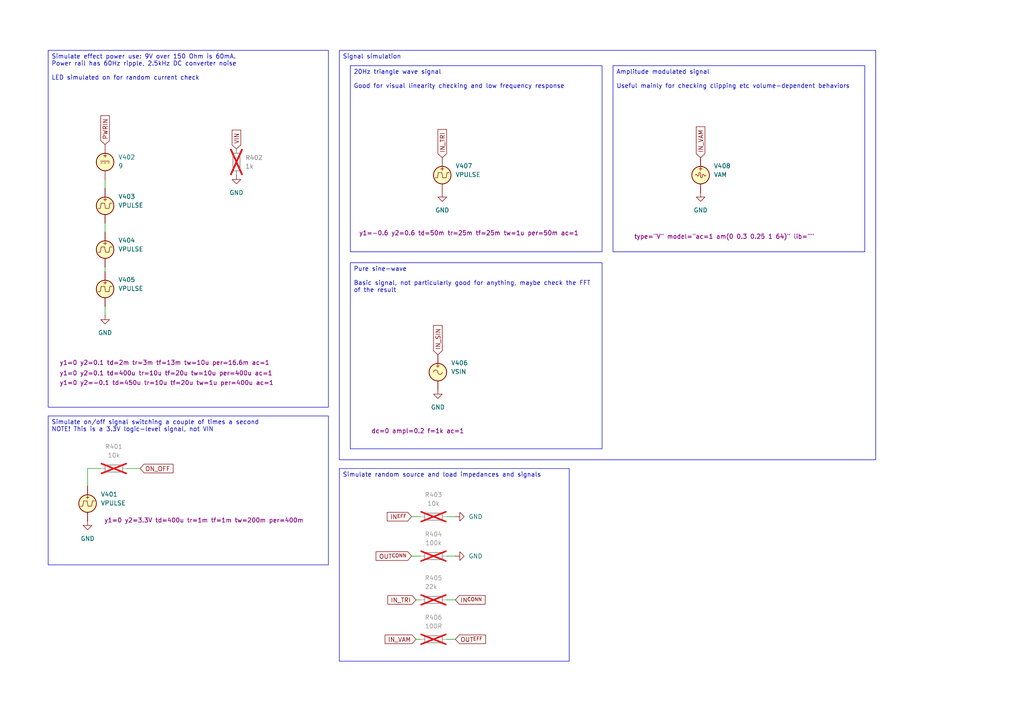
<source format=kicad_sch>
(kicad_sch (version 20250114) (generator "eeschema") (generator_version "9.0")
  (paper "A4")
  (title_block (title "Simulation infrastructure"))
  (lib_symbols
    (symbol "Device:R" (pin_numbers (hide yes)) (pin_names (offset 0))
      (property "Reference" "R" (at 2.032 0 90))
      (property "Value" "R" (at 0 0 90))
      (symbol "R_0_1"
        (rectangle (start -1.016 -2.54) (end 1.016 2.54) (stroke (width 0.254)))
      )
      (symbol "R_1_1"
        (pin passive line (at 0 3.81 270) (length 1.27) (name "~") (number "1"))
        (pin passive line (at 0 -3.81 90) (length 1.27) (name "~") (number "2"))
      )
    )
    (symbol "Simulation_SPICE:VAM" (pin_numbers (hide yes)) (pin_names (offset 0.0254))
      (property "Reference" "V" (at 2.54 2.54 0))
      (property "Value" "VAM" (at 2.54 0 0))
      (property "Sim.Params" "type=\"V\" model=\"am(1 0 1k 100k 1n)\" lib=\"\"" (at 2.54 -2.54 0))
      (symbol "VAM_0_0"
        (arc (start -0.508 0.508) (mid -0.254 0.7609) (end 0 0.508))
        (text "+" (at 0 1.905 0) (effects (font (size 1.27 1.27))))
      )
      (symbol "VAM_0_1"
        (arc (start -1.524 0) (mid -1.27 0.2529) (end -1.016 0))
        (arc (start -0.508 0) (mid -0.762 -0.2529) (end -1.016 0))
        (polyline (pts (xy -0.508 0.508) (xy -0.508 0)))
        (polyline (pts (xy 0 0.508) (xy 0 -0.508)))
        (circle (center 0 0) (radius 2.54) (stroke (width 0.254)) (fill (type background)))
        (arc (start 0.508 -0.508) (mid 0.254 -0.7609) (end 0 -0.508))
        (polyline (pts (xy 0.508 -0.508) (xy 0.508 0)))
        (arc (start 0.508 0) (mid 0.762 0.2529) (end 1.016 0))
        (arc (start 1.524 0) (mid 1.27 -0.2529) (end 1.016 0))
      )
      (symbol "VAM_1_1"
        (pin passive line (at 0 5.08 270) (length 2.54) (name "~") (number "1"))
        (pin passive line (at 0 -5.08 90) (length 2.54) (name "~") (number "2"))
      )
    )
    (symbol "Simulation_SPICE:VDC" (pin_numbers (hide yes)) (pin_names (offset 0.0254))
      (property "Reference" "V" (at 2.54 2.54 0))
      (property "Value" "1" (at 2.54 0 0))
      (symbol "VDC_0_0"
        (polyline (pts (xy -1.27 0.254) (xy 1.27 0.254)))
        (polyline (pts (xy -0.762 -0.254) (xy -1.27 -0.254)))
        (polyline (pts (xy 0.254 -0.254) (xy -0.254 -0.254)))
        (polyline (pts (xy 1.27 -0.254) (xy 0.762 -0.254)))
        (text "+" (at 0 1.905 0) (effects (font (size 1.27 1.27))))
      )
      (symbol "VDC_0_1"
        (circle (center 0 0) (radius 2.54) (stroke (width 0.254)) (fill (type background)))
      )
      (symbol "VDC_1_1"
        (pin passive line (at 0 5.08 270) (length 2.54) (name "~") (number "1"))
        (pin passive line (at 0 -5.08 90) (length 2.54) (name "~") (number "2"))
      )
    )
    (symbol "Simulation_SPICE:VPULSE" (pin_numbers (hide yes)) (pin_names (offset 0.0254))
      (property "Reference" "V" (at 2.54 2.54 0))
      (property "Value" "VPULSE" (at 2.54 0 0))
      (property "Sim.Params" "y1=0 y2=1 td=2n tr=2n tf=2n tw=50n per=100n" (at 2.54 -2.54 0))
      (symbol "VPULSE_0_0"
        (polyline (pts (xy -2.032 -0.762) (xy -1.397 -0.762) (xy -1.143 0.762) (xy -0.127 0.762) (xy 0.127 -0.762) (xy 1.143 -0.762) (xy 1.397 0.762) (xy 2.032 0.762)))
        (text "+" (at 0 1.905 0) (effects (font (size 1.27 1.27))))
      )
      (symbol "VPULSE_0_1"
        (circle (center 0 0) (radius 2.54) (stroke (width 0.254)) (fill (type background)))
      )
      (symbol "VPULSE_1_1"
        (pin passive line (at 0 5.08 270) (length 2.54) (name "~") (number "1"))
        (pin passive line (at 0 -5.08 90) (length 2.54) (name "~") (number "2"))
      )
    )
    (symbol "Simulation_SPICE:VSIN" (pin_numbers (hide yes)) (pin_names (offset 0.0254))
      (property "Reference" "V" (at 2.54 2.54 0))
      (property "Value" "VSIN" (at 2.54 0 0))
      (property "Sim.Params" "dc=0 ampl=1 f=1k ac=1" (at 2.54 -2.54 0))
      (symbol "VSIN_0_0"
        (arc (start -1.27 0) (mid -0.635 0.6323) (end 0 0))
        (arc (start 1.27 0) (mid 0.635 -0.6323) (end 0 0))
        (text "+" (at 0 1.905 0) (effects (font (size 1.27 1.27))))
      )
      (symbol "VSIN_0_1"
        (circle (center 0 0) (radius 2.54) (stroke (width 0.254)) (fill (type background)))
      )
      (symbol "VSIN_1_1"
        (pin passive line (at 0 5.08 270) (length 2.54) (name "~") (number "1"))
        (pin passive line (at 0 -5.08 90) (length 2.54) (name "~") (number "2"))
      )
    )
    (symbol "power:GND" (power) (pin_numbers (hide yes)) (pin_names (offset 0) (hide yes))
      (property "Value" "GND" (at 0 -3.81 0))
      (symbol "GND_0_1"
        (polyline (pts (xy 0 0) (xy 0 -1.27) (xy 1.27 -1.27) (xy 0 -2.54) (xy -1.27 -1.27) (xy 0 -1.27)))
      )
      (symbol "GND_1_1"
        (pin power_in line (at 0 0 270) (length 0) (name "~") (number "1"))
      )
    )
  )
  (text_box "Simulate on/off signal switching a couple of times a second\nNOTE! This is a 3.3V logic-level signal, not VIN" (at 13.97 120.65 0) (size 81.28 43.18) (margins 0.9525 0.9525 0.9525 0.9525) (effects (font (size 1.27 1.27)) (justify left top)))
  (text_box "Pure sine-wave\n\nBasic signal, not particularly good for anything, maybe check the FFT of the result" (at 101.6 76.2 0) (size 73.025 53.975) (margins 0.9525 0.9525 0.9525 0.9525) (effects (font (size 1.27 1.27)) (justify left top)))
  (text_box "Amplitude modulated signal\n\nUseful mainly for checking clipping etc volume-dependent behaviors" (at 177.8 19.05 0) (size 73.025 53.975) (margins 0.9525 0.9525 0.9525 0.9525) (effects (font (size 1.27 1.27)) (justify left top)))
  (text_box "Simulate random source and load impedances and signals" (at 98.425 135.89 0) (size 66.675 55.88) (margins 0.9525 0.9525 0.9525 0.9525) (effects (font (size 1.27 1.27)) (justify left top)))
  (text_box "20Hz triangle wave signal\n\nGood for visual linearity checking and low frequency response" (at 101.6 19.05 0) (size 73.025 53.975) (margins 0.9525 0.9525 0.9525 0.9525) (effects (font (size 1.27 1.27)) (justify left top)))
  (text_box "Simulate effect power use: 9V over 150 Ohm is 60mA.\nPower rail has 60Hz ripple, 2.5kHz DC converter noise\n\nLED simulated on for random current check" (at 13.97 14.605 0) (size 81.28 103.505) (margins 0.9525 0.9525 0.9525 0.9525) (effects (font (size 1.27 1.27)) (justify left top)))
  (text_box "Signal simulation" (at 98.425 14.605 0) (size 155.575 118.745) (margins 0.9525 0.9525 0.9525 0.9525) (effects (font (size 1.27 1.27)) (justify left top)))
  (wire (pts (xy 119.38 149.86) (xy 121.92 149.86)))
  (wire (pts (xy 29.21 135.89) (xy 25.4 135.89)))
  (wire (pts (xy 30.48 64.77) (xy 30.48 67.31)))
  (wire (pts (xy 30.48 88.9) (xy 30.48 91.44)))
  (wire (pts (xy 120.65 185.42) (xy 121.92 185.42)))
  (wire (pts (xy 129.54 149.86) (xy 132.08 149.86)))
  (wire (pts (xy 121.92 173.99) (xy 120.65 173.99)))
  (wire (pts (xy 30.48 52.07) (xy 30.48 54.61)))
  (wire (pts (xy 30.48 77.47) (xy 30.48 78.74)))
  (wire (pts (xy 119.38 161.29) (xy 121.92 161.29)))
  (wire (pts (xy 40.64 135.89) (xy 36.83 135.89)))
  (wire (pts (xy 129.54 161.29) (xy 132.08 161.29)))
  (wire (pts (xy 129.54 185.42) (xy 132.08 185.42)))
  (wire (pts (xy 132.08 173.99) (xy 129.54 173.99)))
  (wire (pts (xy 25.4 135.89) (xy 25.4 140.97)))
  (global_label "IN_TRI" (shape input) (at 120.65 173.99 180) (property "Intersheetrefs" "${INTERSHEET_REFS}" (effects (hide yes))))
  (global_label "VIN" (shape input) (at 68.58 43.18 90) (property "Intersheetrefs" "${INTERSHEET_REFS}" (effects (hide yes))))
  (global_label "ON_OFF" (shape input) (at 40.64 135.89 0) (property "Intersheetrefs" "${INTERSHEET_REFS}" (effects (hide yes))))
  (global_label "IN_SIN" (shape input) (at 127 102.87 90) (property "Intersheetrefs" "${INTERSHEET_REFS}" (effects (hide yes))))
  (global_label "IN^{CONN}" (shape input) (at 132.08 173.99 0) (property "Intersheetrefs" "${INTERSHEET_REFS}" (effects (hide yes))))
  (global_label "IN_TRI" (shape input) (at 128.27 45.72 90) (property "Intersheetrefs" "${INTERSHEET_REFS}" (effects (hide yes))))
  (global_label "OUT^{EFF}" (shape input) (at 132.08 185.42 0) (property "Intersheetrefs" "${INTERSHEET_REFS}" (effects (hide yes))))
  (global_label "PWRIN" (shape input) (at 30.48 41.91 90) (property "Intersheetrefs" "${INTERSHEET_REFS}" (effects (hide yes))))
  (global_label "IN^{EFF}" (shape input) (at 119.38 149.86 180) (property "Intersheetrefs" "${INTERSHEET_REFS}" (effects (hide yes))))
  (global_label "IN_VAM" (shape input) (at 120.65 185.42 180) (property "Intersheetrefs" "${INTERSHEET_REFS}" (effects (hide yes))))
  (global_label "IN_VAM" (shape input) (at 203.2 45.72 90) (property "Intersheetrefs" "${INTERSHEET_REFS}" (effects (hide yes))))
  (global_label "OUT^{CONN}" (shape input) (at 119.38 161.29 180) (property "Intersheetrefs" "${INTERSHEET_REFS}" (effects (hide yes))))
  (symbol (lib_id "power:GND") (at 25.4 151.13 0) (unit 1)
    (property "Reference" "#PWR0401" (effects (hide yes)))
    (property "Value" "GND" (at 25.4 156.21 0))
    (property "Description" "Power symbol creates a global label with name \"GND\" , ground" (effects (hide yes)))
  )
  (symbol (lib_id "power:GND") (at 127 113.03 0) (unit 1)
    (property "Reference" "#PWR0405" (effects (hide yes)))
    (property "Value" "GND" (at 127 118.11 0))
    (property "Description" "Power symbol creates a global label with name \"GND\" , ground" (effects (hide yes)))
  )
  (symbol (lib_id "power:GND") (at 68.58 50.8 0) (unit 1)
    (property "Reference" "#PWR0403" (effects (hide yes)))
    (property "Value" "GND" (at 68.58 55.88 0))
    (property "Description" "Power symbol creates a global label with name \"GND\" , ground" (effects (hide yes)))
  )
  (symbol (lib_id "Device:R") (at 125.73 185.42 90) (unit 1) (in_bom no) (on_board no) (dnp yes)
    (property "Reference" "R406" (at 125.73 179.07 90))
    (property "Value" "100R" (at 125.73 181.61 90))
    (property "Description" "Resistor" (effects (hide yes)))
  )
  (symbol (lib_id "Simulation_SPICE:VSIN") (at 127 107.95 0) (unit 1) (in_bom no) (on_board no)
    (property "Reference" "V406" (at 130.81 105.2801 0) (effects (justify left)))
    (property "Value" "VSIN" (at 130.81 107.8201 0) (effects (justify left)))
    (property "Datasheet" "https://ngspice.sourceforge.io/docs/ngspice-html-manual/manual.xhtml#sec_Independent_Sources_for" (effects (hide yes)))
    (property "Description" "Voltage source, sinusoidal" (effects (hide yes)))
    (property "Sim.Pins" "1=+ 2=-" (effects (hide yes)))
    (property "Sim.Params" "dc=0 ampl=0.2 f=1k ac=1" (at 107.696 124.968 0) (effects (justify left)))
    (property "Sim.Type" "SIN" (effects (hide yes)))
    (property "Sim.Device" "V" (effects (hide yes)))
  )
  (symbol (lib_id "Simulation_SPICE:VAM") (at 203.2 50.8 0) (unit 1) (in_bom no) (on_board no)
    (property "Reference" "V408" (at 207.01 48.1301 0) (effects (justify left)))
    (property "Value" "VAM" (at 207.01 50.6701 0) (effects (justify left)))
    (property "Datasheet" "https://ngspice.sourceforge.io/docs/ngspice-html-manual/manual.xhtml#sec_Independent_Sources_for" (effects (hide yes)))
    (property "Description" "Voltage source, AM" (effects (hide yes)))
    (property "Sim.Pins" "1=1 2=2" (effects (hide yes)))
    (property "Sim.Device" "SPICE" (effects (hide yes)))
    (property "Sim.Params" "type=\"V\" model=\"ac=1 am(0 0.3 0.25 1 64)\" lib=\"\"" (at 183.896 68.58 0) (effects (justify left)))
  )
  (symbol (lib_id "Device:R") (at 125.73 161.29 270) (unit 1) (in_bom no) (on_board no) (dnp yes)
    (property "Reference" "R404" (at 125.73 154.94 90))
    (property "Value" "100k" (at 125.73 157.48 90))
    (property "Description" "Resistor" (effects (hide yes)))
  )
  (symbol (lib_id "Simulation_SPICE:VPULSE") (at 30.48 59.69 0) (unit 1) (in_bom no) (on_board no)
    (property "Reference" "V403" (at 34.29 57.0201 0) (effects (justify left)))
    (property "Value" "VPULSE" (at 34.29 59.5601 0) (effects (justify left)))
    (property "Datasheet" "https://ngspice.sourceforge.io/docs/ngspice-html-manual/manual.xhtml#sec_Independent_Sources_for" (effects (hide yes)))
    (property "Description" "Voltage source, pulse" (effects (hide yes)))
    (property "Sim.Pins" "1=+ 2=-" (effects (hide yes)))
    (property "Sim.Type" "PULSE" (effects (hide yes)))
    (property "Sim.Device" "V" (effects (hide yes)))
    (property "Sim.Params" "y1=0 y2=0.1 td=2m tr=3m tf=13m tw=10u per=16.6m ac=1" (at 17.272 105.156 0) (effects (justify left)))
  )
  (symbol (lib_id "power:GND") (at 132.08 161.29 90) (unit 1)
    (property "Reference" "#PWR0409" (effects (hide yes)))
    (property "Value" "GND" (at 135.89 161.2899 90) (effects (justify right)))
    (property "Description" "Power symbol creates a global label with name \"GND\" , ground" (effects (hide yes)))
  )
  (symbol (lib_id "power:GND") (at 30.48 91.44 0) (unit 1)
    (property "Reference" "#PWR0402" (effects (hide yes)))
    (property "Value" "GND" (at 30.48 96.52 0))
    (property "Description" "Power symbol creates a global label with name \"GND\" , ground" (effects (hide yes)))
  )
  (symbol (lib_id "Device:R") (at 33.02 135.89 90) (unit 1) (in_bom no) (on_board no) (dnp yes)
    (property "Reference" "R401" (at 33.02 129.54 90))
    (property "Value" "10k" (at 33.02 132.08 90))
    (property "Description" "Resistor" (effects (hide yes)))
  )
  (symbol (lib_id "Device:R") (at 125.73 173.99 270) (unit 1) (in_bom no) (on_board no) (dnp yes)
    (property "Reference" "R405" (at 123.19 167.6399 90) (effects (justify left)))
    (property "Value" "22k" (at 123.19 170.1799 90) (effects (justify left)))
    (property "Footprint" "Resistor_SMD:R_0805_2012Metric" (effects (hide yes)))
    (property "Description" "Resistor" (effects (hide yes)))
  )
  (symbol (lib_id "power:GND") (at 132.08 149.86 90) (unit 1)
    (property "Reference" "#PWR0404" (effects (hide yes)))
    (property "Value" "GND" (at 135.89 149.8599 90) (effects (justify right)))
    (property "Description" "Power symbol creates a global label with name \"GND\" , ground" (effects (hide yes)))
  )
  (symbol (lib_id "Simulation_SPICE:VPULSE") (at 128.27 50.8 0) (unit 1) (in_bom no) (on_board no)
    (property "Reference" "V407" (at 132.08 48.1301 0) (effects (justify left)))
    (property "Value" "VPULSE" (at 132.08 50.6701 0) (effects (justify left)))
    (property "Datasheet" "https://ngspice.sourceforge.io/docs/ngspice-html-manual/manual.xhtml#sec_Independent_Sources_for" (effects (hide yes)))
    (property "Description" "Voltage source, pulse" (effects (hide yes)))
    (property "Sim.Pins" "1=+ 2=-" (effects (hide yes)))
    (property "Sim.Type" "PULSE" (effects (hide yes)))
    (property "Sim.Device" "V" (effects (hide yes)))
    (property "Sim.Params" "y1=-0.6 y2=0.6 td=50m tr=25m tf=25m tw=1u per=50m ac=1" (at 104.14 67.564 0) (effects (justify left)))
  )
  (symbol (lib_id "Simulation_SPICE:VPULSE") (at 25.4 146.05 0) (unit 1) (in_bom no) (on_board no)
    (property "Reference" "V401" (at 29.21 143.3801 0) (effects (justify left)))
    (property "Value" "VPULSE" (at 29.21 145.9201 0) (effects (justify left)))
    (property "Datasheet" "https://ngspice.sourceforge.io/docs/ngspice-html-manual/manual.xhtml#sec_Independent_Sources_for" (effects (hide yes)))
    (property "Description" "Voltage source, pulse" (effects (hide yes)))
    (property "Sim.Pins" "1=+ 2=-" (effects (hide yes)))
    (property "Sim.Type" "PULSE" (effects (hide yes)))
    (property "Sim.Device" "V" (effects (hide yes)))
    (property "Sim.Params" "y1=0 y2=3.3V td=400u tr=1m tf=1m tw=200m per=400m" (at 30.226 150.876 0) (effects (justify left)))
  )
  (symbol (lib_id "power:GND") (at 128.27 55.88 0) (unit 1)
    (property "Reference" "#PWR0406" (effects (hide yes)))
    (property "Value" "GND" (at 128.27 60.96 0))
    (property "Description" "Power symbol creates a global label with name \"GND\" , ground" (effects (hide yes)))
  )
  (symbol (lib_id "Simulation_SPICE:VDC") (at 30.48 46.99 0) (unit 1) (in_bom no) (on_board no)
    (property "Reference" "V402" (at 34.29 45.5901 0) (effects (justify left)))
    (property "Value" "9" (at 34.29 48.1301 0) (effects (justify left)))
    (property "Datasheet" "https://ngspice.sourceforge.io/docs/ngspice-html-manual/manual.xhtml#sec_Independent_Sources_for" (effects (hide yes)))
    (property "Description" "Voltage source, DC" (effects (hide yes)))
    (property "Sim.Pins" "1=+ 2=-" (effects (hide yes)))
    (property "Sim.Type" "DC" (effects (hide yes)))
    (property "Sim.Device" "V" (effects (hide yes)))
  )
  (symbol (lib_id "Simulation_SPICE:VPULSE") (at 30.48 83.82 0) (unit 1) (in_bom no) (on_board no)
    (property "Reference" "V405" (at 34.29 81.1501 0) (effects (justify left)))
    (property "Value" "VPULSE" (at 34.29 83.6901 0) (effects (justify left)))
    (property "Datasheet" "https://ngspice.sourceforge.io/docs/ngspice-html-manual/manual.xhtml#sec_Independent_Sources_for" (effects (hide yes)))
    (property "Description" "Voltage source, pulse" (effects (hide yes)))
    (property "Sim.Pins" "1=+ 2=-" (effects (hide yes)))
    (property "Sim.Type" "PULSE" (effects (hide yes)))
    (property "Sim.Device" "V" (effects (hide yes)))
    (property "Sim.Params" "y1=0 y2=-0.1 td=450u tr=10u tf=20u tw=1u per=400u ac=1" (at 17.272 110.998 0) (effects (justify left)))
  )
  (symbol (lib_id "Simulation_SPICE:VPULSE") (at 30.48 72.39 0) (unit 1) (in_bom no) (on_board no)
    (property "Reference" "V404" (at 34.29 69.7201 0) (effects (justify left)))
    (property "Value" "VPULSE" (at 34.29 72.2601 0) (effects (justify left)))
    (property "Datasheet" "https://ngspice.sourceforge.io/docs/ngspice-html-manual/manual.xhtml#sec_Independent_Sources_for" (effects (hide yes)))
    (property "Description" "Voltage source, pulse" (effects (hide yes)))
    (property "Sim.Pins" "1=+ 2=-" (effects (hide yes)))
    (property "Sim.Type" "PULSE" (effects (hide yes)))
    (property "Sim.Device" "V" (effects (hide yes)))
    (property "Sim.Params" "y1=0 y2=0.1 td=400u tr=10u tf=20u tw=10u per=400u ac=1" (at 17.272 108.204 0) (effects (justify left)))
  )
  (symbol (lib_id "Device:R") (at 68.58 46.99 180) (unit 1) (in_bom no) (on_board no) (dnp yes)
    (property "Reference" "R402" (at 71.12 45.7199 0) (effects (justify right)))
    (property "Value" "1k" (at 71.12 48.2599 0) (effects (justify right)))
    (property "Description" "Resistor" (effects (hide yes)))
  )
  (symbol (lib_id "Device:R") (at 125.73 149.86 270) (unit 1) (in_bom no) (on_board no) (dnp yes)
    (property "Reference" "R403" (at 125.73 143.51 90))
    (property "Value" "10k" (at 125.73 146.05 90))
    (property "Description" "Resistor" (effects (hide yes)))
  )
  (symbol (lib_id "power:GND") (at 203.2 55.88 0) (unit 1)
    (property "Reference" "#PWR0407" (effects (hide yes)))
    (property "Value" "GND" (at 203.2 60.96 0))
    (property "Description" "Power symbol creates a global label with name \"GND\" , ground" (effects (hide yes)))
  )
)
</source>
